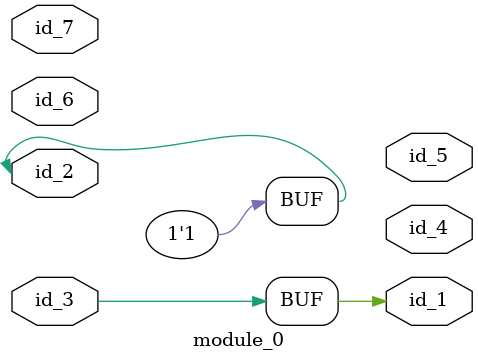
<source format=v>
`timescale 1ps / 1 ps
module module_0 (
    id_1,
    id_2,
    id_3,
    id_4,
    id_5,
    id_6,
    id_7
);
  input id_7;
  inout id_6;
  output id_5;
  output id_4;
  inout id_3;
  inout id_2;
  output id_1;
  assign id_1 = id_3;
  assign id_2 = 1;
endmodule

</source>
